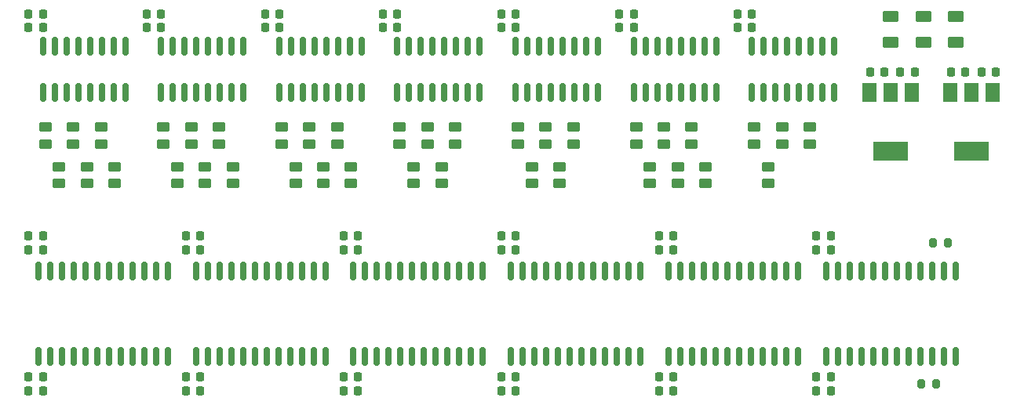
<source format=gbr>
%TF.GenerationSoftware,KiCad,Pcbnew,7.0.8*%
%TF.CreationDate,2023-10-20T14:11:59-05:00*%
%TF.ProjectId,breakout1,62726561-6b6f-4757-9431-2e6b69636164,rev?*%
%TF.SameCoordinates,Original*%
%TF.FileFunction,Paste,Top*%
%TF.FilePolarity,Positive*%
%FSLAX46Y46*%
G04 Gerber Fmt 4.6, Leading zero omitted, Abs format (unit mm)*
G04 Created by KiCad (PCBNEW 7.0.8) date 2023-10-20 14:11:59*
%MOMM*%
%LPD*%
G01*
G04 APERTURE LIST*
G04 Aperture macros list*
%AMRoundRect*
0 Rectangle with rounded corners*
0 $1 Rounding radius*
0 $2 $3 $4 $5 $6 $7 $8 $9 X,Y pos of 4 corners*
0 Add a 4 corners polygon primitive as box body*
4,1,4,$2,$3,$4,$5,$6,$7,$8,$9,$2,$3,0*
0 Add four circle primitives for the rounded corners*
1,1,$1+$1,$2,$3*
1,1,$1+$1,$4,$5*
1,1,$1+$1,$6,$7*
1,1,$1+$1,$8,$9*
0 Add four rect primitives between the rounded corners*
20,1,$1+$1,$2,$3,$4,$5,0*
20,1,$1+$1,$4,$5,$6,$7,0*
20,1,$1+$1,$6,$7,$8,$9,0*
20,1,$1+$1,$8,$9,$2,$3,0*%
G04 Aperture macros list end*
%ADD10R,1.500000X2.000000*%
%ADD11R,3.800000X2.000000*%
%ADD12RoundRect,0.225000X0.225000X0.250000X-0.225000X0.250000X-0.225000X-0.250000X0.225000X-0.250000X0*%
%ADD13RoundRect,0.250000X-0.450000X0.262500X-0.450000X-0.262500X0.450000X-0.262500X0.450000X0.262500X0*%
%ADD14RoundRect,0.150000X0.150000X-0.825000X0.150000X0.825000X-0.150000X0.825000X-0.150000X-0.825000X0*%
%ADD15RoundRect,0.225000X-0.225000X-0.250000X0.225000X-0.250000X0.225000X0.250000X-0.225000X0.250000X0*%
%ADD16RoundRect,0.200000X-0.200000X-0.275000X0.200000X-0.275000X0.200000X0.275000X-0.200000X0.275000X0*%
%ADD17RoundRect,0.250000X0.625000X-0.375000X0.625000X0.375000X-0.625000X0.375000X-0.625000X-0.375000X0*%
%ADD18RoundRect,0.150000X0.150000X-0.875000X0.150000X0.875000X-0.150000X0.875000X-0.150000X-0.875000X0*%
%ADD19RoundRect,0.250000X-0.625000X0.375000X-0.625000X-0.375000X0.625000X-0.375000X0.625000X0.375000X0*%
G04 APERTURE END LIST*
D10*
%TO.C,U15*%
X217000000Y-64750000D03*
X214700000Y-64750000D03*
D11*
X214700000Y-71050000D03*
D10*
X212400000Y-64750000D03*
%TD*%
D12*
%TO.C,C12*%
X127250000Y-56250000D03*
X125700000Y-56250000D03*
%TD*%
D13*
%TO.C,R6*%
X143250000Y-68500000D03*
X143250000Y-70325000D03*
%TD*%
D12*
%TO.C,C33*%
X131500000Y-95500000D03*
X129950000Y-95500000D03*
%TD*%
D13*
%TO.C,R2*%
X153000000Y-68500000D03*
X153000000Y-70325000D03*
%TD*%
D12*
%TO.C,C13*%
X114500000Y-56250000D03*
X112950000Y-56250000D03*
%TD*%
%TO.C,C15*%
X114500000Y-81750000D03*
X112950000Y-81750000D03*
%TD*%
D14*
%TO.C,U3*%
X139980000Y-64700000D03*
X141250000Y-64700000D03*
X142520000Y-64700000D03*
X143790000Y-64700000D03*
X145060000Y-64700000D03*
X146330000Y-64700000D03*
X147600000Y-64700000D03*
X148870000Y-64700000D03*
X148870000Y-59750000D03*
X147600000Y-59750000D03*
X146330000Y-59750000D03*
X145060000Y-59750000D03*
X143790000Y-59750000D03*
X142520000Y-59750000D03*
X141250000Y-59750000D03*
X139980000Y-59750000D03*
%TD*%
D15*
%TO.C,C41*%
X215750000Y-62500000D03*
X217300000Y-62500000D03*
%TD*%
D12*
%TO.C,C8*%
X152750000Y-57750000D03*
X151200000Y-57750000D03*
%TD*%
%TO.C,C28*%
X131500000Y-80250000D03*
X129950000Y-80250000D03*
%TD*%
D13*
%TO.C,R16*%
X120750000Y-68500000D03*
X120750000Y-70325000D03*
%TD*%
D12*
%TO.C,C14*%
X114500000Y-57750000D03*
X112950000Y-57750000D03*
%TD*%
%TO.C,C36*%
X148500000Y-97000000D03*
X146950000Y-97000000D03*
%TD*%
%TO.C,C9*%
X140000000Y-57750000D03*
X138450000Y-57750000D03*
%TD*%
%TO.C,C29*%
X148500000Y-81750000D03*
X146950000Y-81750000D03*
%TD*%
D13*
%TO.C,R17*%
X119250000Y-72750000D03*
X119250000Y-74575000D03*
%TD*%
D16*
%TO.C,R34*%
X210500000Y-81000000D03*
X212150000Y-81000000D03*
%TD*%
D13*
%TO.C,R23*%
X181500000Y-68500000D03*
X181500000Y-70325000D03*
%TD*%
D12*
%TO.C,C24*%
X199500000Y-80250000D03*
X197950000Y-80250000D03*
%TD*%
D17*
%TO.C,D1*%
X206000000Y-59300000D03*
X206000000Y-56500000D03*
%TD*%
D14*
%TO.C,U2*%
X127250000Y-64700000D03*
X128520000Y-64700000D03*
X129790000Y-64700000D03*
X131060000Y-64700000D03*
X132330000Y-64700000D03*
X133600000Y-64700000D03*
X134870000Y-64700000D03*
X136140000Y-64700000D03*
X136140000Y-59750000D03*
X134870000Y-59750000D03*
X133600000Y-59750000D03*
X132330000Y-59750000D03*
X131060000Y-59750000D03*
X129790000Y-59750000D03*
X128520000Y-59750000D03*
X127250000Y-59750000D03*
%TD*%
%TO.C,U5*%
X178250000Y-64700000D03*
X179520000Y-64700000D03*
X180790000Y-64700000D03*
X182060000Y-64700000D03*
X183330000Y-64700000D03*
X184600000Y-64700000D03*
X185870000Y-64700000D03*
X187140000Y-64700000D03*
X187140000Y-59750000D03*
X185870000Y-59750000D03*
X184600000Y-59750000D03*
X183330000Y-59750000D03*
X182060000Y-59750000D03*
X180790000Y-59750000D03*
X179520000Y-59750000D03*
X178250000Y-59750000D03*
%TD*%
D13*
%TO.C,R32*%
X167250000Y-72750000D03*
X167250000Y-74575000D03*
%TD*%
D12*
%TO.C,C16*%
X114500000Y-80250000D03*
X112950000Y-80250000D03*
%TD*%
D13*
%TO.C,R38*%
X170250000Y-72750000D03*
X170250000Y-74575000D03*
%TD*%
%TO.C,R5*%
X144750000Y-72750000D03*
X144750000Y-74575000D03*
%TD*%
D12*
%TO.C,C37*%
X182500000Y-95500000D03*
X180950000Y-95500000D03*
%TD*%
D13*
%TO.C,R30*%
X180000000Y-72750000D03*
X180000000Y-74575000D03*
%TD*%
D12*
%TO.C,C1*%
X165500000Y-57750000D03*
X163950000Y-57750000D03*
%TD*%
D17*
%TO.C,FB1*%
X209500000Y-59300000D03*
X209500000Y-56500000D03*
%TD*%
D12*
%TO.C,C23*%
X199500000Y-81750000D03*
X197950000Y-81750000D03*
%TD*%
D14*
%TO.C,U6*%
X191000000Y-64700000D03*
X192270000Y-64700000D03*
X193540000Y-64700000D03*
X194810000Y-64700000D03*
X196080000Y-64700000D03*
X197350000Y-64700000D03*
X198620000Y-64700000D03*
X199890000Y-64700000D03*
X199890000Y-59750000D03*
X198620000Y-59750000D03*
X197350000Y-59750000D03*
X196080000Y-59750000D03*
X194810000Y-59750000D03*
X193540000Y-59750000D03*
X192270000Y-59750000D03*
X191000000Y-59750000D03*
%TD*%
D10*
%TO.C,U14*%
X208250000Y-64750000D03*
X205950000Y-64750000D03*
D11*
X205950000Y-71050000D03*
D10*
X203650000Y-64750000D03*
%TD*%
D13*
%TO.C,R15*%
X122250000Y-72750000D03*
X122250000Y-74575000D03*
%TD*%
%TO.C,R40*%
X157500000Y-72750000D03*
X157500000Y-74575000D03*
%TD*%
%TO.C,R21*%
X194250000Y-68500000D03*
X194250000Y-70325000D03*
%TD*%
D12*
%TO.C,C6*%
X191000000Y-56250000D03*
X189450000Y-56250000D03*
%TD*%
D13*
%TO.C,R19*%
X116250000Y-72750000D03*
X116250000Y-74575000D03*
%TD*%
%TO.C,R20*%
X114750000Y-68500000D03*
X114750000Y-70325000D03*
%TD*%
D12*
%TO.C,C3*%
X178250000Y-57750000D03*
X176700000Y-57750000D03*
%TD*%
%TO.C,C19*%
X199500000Y-95500000D03*
X197950000Y-95500000D03*
%TD*%
D13*
%TO.C,R37*%
X178500000Y-68500000D03*
X178500000Y-70325000D03*
%TD*%
D12*
%TO.C,C30*%
X148500000Y-80250000D03*
X146950000Y-80250000D03*
%TD*%
D18*
%TO.C,U8*%
X131000000Y-93300000D03*
X132270000Y-93300000D03*
X133540000Y-93300000D03*
X134810000Y-93300000D03*
X136080000Y-93300000D03*
X137350000Y-93300000D03*
X138620000Y-93300000D03*
X139890000Y-93300000D03*
X141160000Y-93300000D03*
X142430000Y-93300000D03*
X143700000Y-93300000D03*
X144970000Y-93300000D03*
X144970000Y-84000000D03*
X143700000Y-84000000D03*
X142430000Y-84000000D03*
X141160000Y-84000000D03*
X139890000Y-84000000D03*
X138620000Y-84000000D03*
X137350000Y-84000000D03*
X136080000Y-84000000D03*
X134810000Y-84000000D03*
X133540000Y-84000000D03*
X132270000Y-84000000D03*
X131000000Y-84000000D03*
%TD*%
D13*
%TO.C,R22*%
X186000000Y-72750000D03*
X186000000Y-74575000D03*
%TD*%
%TO.C,R29*%
X184500000Y-68500000D03*
X184500000Y-70325000D03*
%TD*%
D18*
%TO.C,U12*%
X148000000Y-93300000D03*
X149270000Y-93300000D03*
X150540000Y-93300000D03*
X151810000Y-93300000D03*
X153080000Y-93300000D03*
X154350000Y-93300000D03*
X155620000Y-93300000D03*
X156890000Y-93300000D03*
X158160000Y-93300000D03*
X159430000Y-93300000D03*
X160700000Y-93300000D03*
X161970000Y-93300000D03*
X161970000Y-84000000D03*
X160700000Y-84000000D03*
X159430000Y-84000000D03*
X158160000Y-84000000D03*
X156890000Y-84000000D03*
X155620000Y-84000000D03*
X154350000Y-84000000D03*
X153080000Y-84000000D03*
X151810000Y-84000000D03*
X150540000Y-84000000D03*
X149270000Y-84000000D03*
X148000000Y-84000000D03*
%TD*%
D12*
%TO.C,C11*%
X127250000Y-57750000D03*
X125700000Y-57750000D03*
%TD*%
%TO.C,C18*%
X114500000Y-97000000D03*
X112950000Y-97000000D03*
%TD*%
D13*
%TO.C,R7*%
X141750000Y-72750000D03*
X141750000Y-74575000D03*
%TD*%
%TO.C,R35*%
X191250000Y-68500000D03*
X191250000Y-70325000D03*
%TD*%
%TO.C,R26*%
X197250000Y-68500000D03*
X197250000Y-70325000D03*
%TD*%
D12*
%TO.C,C2*%
X165500000Y-56250000D03*
X163950000Y-56250000D03*
%TD*%
D18*
%TO.C,U10*%
X199000000Y-93300000D03*
X200270000Y-93300000D03*
X201540000Y-93300000D03*
X202810000Y-93300000D03*
X204080000Y-93300000D03*
X205350000Y-93300000D03*
X206620000Y-93300000D03*
X207890000Y-93300000D03*
X209160000Y-93300000D03*
X210430000Y-93300000D03*
X211700000Y-93300000D03*
X212970000Y-93300000D03*
X212970000Y-84000000D03*
X211700000Y-84000000D03*
X210430000Y-84000000D03*
X209160000Y-84000000D03*
X207890000Y-84000000D03*
X206620000Y-84000000D03*
X205350000Y-84000000D03*
X204080000Y-84000000D03*
X202810000Y-84000000D03*
X201540000Y-84000000D03*
X200270000Y-84000000D03*
X199000000Y-84000000D03*
%TD*%
D12*
%TO.C,C5*%
X191000000Y-57750000D03*
X189450000Y-57750000D03*
%TD*%
D13*
%TO.C,R14*%
X127500000Y-68500000D03*
X127500000Y-70325000D03*
%TD*%
D12*
%TO.C,C35*%
X148500000Y-95500000D03*
X146950000Y-95500000D03*
%TD*%
D13*
%TO.C,R36*%
X183000000Y-72750000D03*
X183000000Y-74575000D03*
%TD*%
D12*
%TO.C,C4*%
X178250000Y-56250000D03*
X176700000Y-56250000D03*
%TD*%
%TO.C,C26*%
X165500000Y-80250000D03*
X163950000Y-80250000D03*
%TD*%
D13*
%TO.C,R13*%
X129000000Y-72750000D03*
X129000000Y-74575000D03*
%TD*%
%TO.C,R1*%
X154500000Y-72750000D03*
X154500000Y-74575000D03*
%TD*%
D15*
%TO.C,C40*%
X203750000Y-62500000D03*
X205300000Y-62500000D03*
%TD*%
D12*
%TO.C,C21*%
X165500000Y-95500000D03*
X163950000Y-95500000D03*
%TD*%
D13*
%TO.C,R33*%
X159000000Y-68500000D03*
X159000000Y-70325000D03*
%TD*%
%TO.C,R31*%
X165750000Y-68500000D03*
X165750000Y-70325000D03*
%TD*%
D12*
%TO.C,C10*%
X140000000Y-56250000D03*
X138450000Y-56250000D03*
%TD*%
D13*
%TO.C,R27*%
X156000000Y-68500000D03*
X156000000Y-70325000D03*
%TD*%
D12*
%TO.C,C38*%
X182500000Y-97000000D03*
X180950000Y-97000000D03*
%TD*%
D13*
%TO.C,R12*%
X130500000Y-68500000D03*
X130500000Y-70325000D03*
%TD*%
%TO.C,R11*%
X132000000Y-72750000D03*
X132000000Y-74575000D03*
%TD*%
D19*
%TO.C,F1*%
X213000000Y-56500000D03*
X213000000Y-59300000D03*
%TD*%
D12*
%TO.C,C7*%
X152750000Y-56250000D03*
X151200000Y-56250000D03*
%TD*%
D13*
%TO.C,R18*%
X117750000Y-68500000D03*
X117750000Y-70325000D03*
%TD*%
%TO.C,R4*%
X146250000Y-68500000D03*
X146250000Y-70325000D03*
%TD*%
D12*
%TO.C,C31*%
X182500000Y-81750000D03*
X180950000Y-81750000D03*
%TD*%
D13*
%TO.C,R9*%
X135000000Y-72750000D03*
X135000000Y-74575000D03*
%TD*%
D16*
%TO.C,R39*%
X209250000Y-96250000D03*
X210900000Y-96250000D03*
%TD*%
D13*
%TO.C,R8*%
X140250000Y-68500000D03*
X140250000Y-70325000D03*
%TD*%
%TO.C,R25*%
X168750000Y-68500000D03*
X168750000Y-70325000D03*
%TD*%
D14*
%TO.C,U4*%
X165500000Y-64700000D03*
X166770000Y-64700000D03*
X168040000Y-64700000D03*
X169310000Y-64700000D03*
X170580000Y-64700000D03*
X171850000Y-64700000D03*
X173120000Y-64700000D03*
X174390000Y-64700000D03*
X174390000Y-59750000D03*
X173120000Y-59750000D03*
X171850000Y-59750000D03*
X170580000Y-59750000D03*
X169310000Y-59750000D03*
X168040000Y-59750000D03*
X166770000Y-59750000D03*
X165500000Y-59750000D03*
%TD*%
D18*
%TO.C,U13*%
X182000000Y-93300000D03*
X183270000Y-93300000D03*
X184540000Y-93300000D03*
X185810000Y-93300000D03*
X187080000Y-93300000D03*
X188350000Y-93300000D03*
X189620000Y-93300000D03*
X190890000Y-93300000D03*
X192160000Y-93300000D03*
X193430000Y-93300000D03*
X194700000Y-93300000D03*
X195970000Y-93300000D03*
X195970000Y-84000000D03*
X194700000Y-84000000D03*
X193430000Y-84000000D03*
X192160000Y-84000000D03*
X190890000Y-84000000D03*
X189620000Y-84000000D03*
X188350000Y-84000000D03*
X187080000Y-84000000D03*
X185810000Y-84000000D03*
X184540000Y-84000000D03*
X183270000Y-84000000D03*
X182000000Y-84000000D03*
%TD*%
D15*
%TO.C,C39*%
X207000000Y-62500000D03*
X208550000Y-62500000D03*
%TD*%
D13*
%TO.C,R28*%
X192750000Y-72750000D03*
X192750000Y-74575000D03*
%TD*%
D12*
%TO.C,C32*%
X182500000Y-80250000D03*
X180950000Y-80250000D03*
%TD*%
%TO.C,C17*%
X114500000Y-95500000D03*
X112950000Y-95500000D03*
%TD*%
D14*
%TO.C,U7*%
X152750000Y-64700000D03*
X154020000Y-64700000D03*
X155290000Y-64700000D03*
X156560000Y-64700000D03*
X157830000Y-64700000D03*
X159100000Y-64700000D03*
X160370000Y-64700000D03*
X161640000Y-64700000D03*
X161640000Y-59750000D03*
X160370000Y-59750000D03*
X159100000Y-59750000D03*
X157830000Y-59750000D03*
X156560000Y-59750000D03*
X155290000Y-59750000D03*
X154020000Y-59750000D03*
X152750000Y-59750000D03*
%TD*%
D12*
%TO.C,C20*%
X199500000Y-97000000D03*
X197950000Y-97000000D03*
%TD*%
%TO.C,C27*%
X131500000Y-81750000D03*
X129950000Y-81750000D03*
%TD*%
D13*
%TO.C,R24*%
X171750000Y-68500000D03*
X171750000Y-70325000D03*
%TD*%
D15*
%TO.C,C42*%
X212500000Y-62500000D03*
X214050000Y-62500000D03*
%TD*%
D12*
%TO.C,C22*%
X165500000Y-97000000D03*
X163950000Y-97000000D03*
%TD*%
D18*
%TO.C,U9*%
X165000000Y-93300000D03*
X166270000Y-93300000D03*
X167540000Y-93300000D03*
X168810000Y-93300000D03*
X170080000Y-93300000D03*
X171350000Y-93300000D03*
X172620000Y-93300000D03*
X173890000Y-93300000D03*
X175160000Y-93300000D03*
X176430000Y-93300000D03*
X177700000Y-93300000D03*
X178970000Y-93300000D03*
X178970000Y-84000000D03*
X177700000Y-84000000D03*
X176430000Y-84000000D03*
X175160000Y-84000000D03*
X173890000Y-84000000D03*
X172620000Y-84000000D03*
X171350000Y-84000000D03*
X170080000Y-84000000D03*
X168810000Y-84000000D03*
X167540000Y-84000000D03*
X166270000Y-84000000D03*
X165000000Y-84000000D03*
%TD*%
%TO.C,U11*%
X114000000Y-93300000D03*
X115270000Y-93300000D03*
X116540000Y-93300000D03*
X117810000Y-93300000D03*
X119080000Y-93300000D03*
X120350000Y-93300000D03*
X121620000Y-93300000D03*
X122890000Y-93300000D03*
X124160000Y-93300000D03*
X125430000Y-93300000D03*
X126700000Y-93300000D03*
X127970000Y-93300000D03*
X127970000Y-84000000D03*
X126700000Y-84000000D03*
X125430000Y-84000000D03*
X124160000Y-84000000D03*
X122890000Y-84000000D03*
X121620000Y-84000000D03*
X120350000Y-84000000D03*
X119080000Y-84000000D03*
X117810000Y-84000000D03*
X116540000Y-84000000D03*
X115270000Y-84000000D03*
X114000000Y-84000000D03*
%TD*%
D12*
%TO.C,C34*%
X131500000Y-97000000D03*
X129950000Y-97000000D03*
%TD*%
D13*
%TO.C,R10*%
X133500000Y-68500000D03*
X133500000Y-70325000D03*
%TD*%
D12*
%TO.C,C25*%
X165500000Y-81750000D03*
X163950000Y-81750000D03*
%TD*%
D13*
%TO.C,R3*%
X147750000Y-72750000D03*
X147750000Y-74575000D03*
%TD*%
D14*
%TO.C,U1*%
X114500000Y-64700000D03*
X115770000Y-64700000D03*
X117040000Y-64700000D03*
X118310000Y-64700000D03*
X119580000Y-64700000D03*
X120850000Y-64700000D03*
X122120000Y-64700000D03*
X123390000Y-64700000D03*
X123390000Y-59750000D03*
X122120000Y-59750000D03*
X120850000Y-59750000D03*
X119580000Y-59750000D03*
X118310000Y-59750000D03*
X117040000Y-59750000D03*
X115770000Y-59750000D03*
X114500000Y-59750000D03*
%TD*%
M02*

</source>
